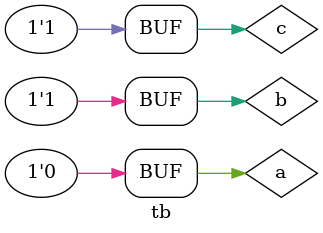
<source format=v>
module tb();

// internal veriable

reg a;
reg b;
reg c;


// wire x; ots not necessory because x is internet variable
wire o;

// Module Design Decleration
 C_Circuit dut(
  
 .a(a),
 .b(b),
 .c(c),
 .o(o)


 );
 // Drive Stimulas
initial begin

 a <= 1'b0;
 b <= 1'b0;
 c <= 1'b0;
 #10;

 a <= 1'b1;
 b <= 1'b1;
 c <= 1'b1;
 #10;

  a <= 1'b0;
 b <= 1'b1;
 c <= 1'b0;
 #10;


 a <= 1'b1;
 b <= 1'b0;
 c <= 1'b1;
 #10;

  a <= 1'b0;
 b <= 1'b0;
 c <= 1'b1;
 #10;

 a <= 1'b1;
 b <= 1'b1;
 c <= 1'b0;
 #10;
  a <= 1'b1;
 b <= 1'b0;
 c <= 1'b0;
 #10;

 a <= 1'b0;
 b <= 1'b1;
 c <= 1'b1;
 #10;


 

  // a <= 1'b1; //1'd1
  // b_1 <= 1'b1;
  // #10;        (1st class Input)

  // a_1 <= 1'b0;
  // b_1 <= 1'b0;
  // #10;
  // a_1 <= 1'b1;
  // b_1 <= 1'b0;
  // #10;
  //  a_1 <= 1'b0;
  // b_1 <= 1'b1;
  // #10;

end

initial begin
  $dumpfile("dump.vcd");
  $dumpvars(0);


end    

endmodule


// iverilog -o out.vpp testbench.v design.v
// vvp out.vpp
// gtkwave dump.vcd
 

</source>
